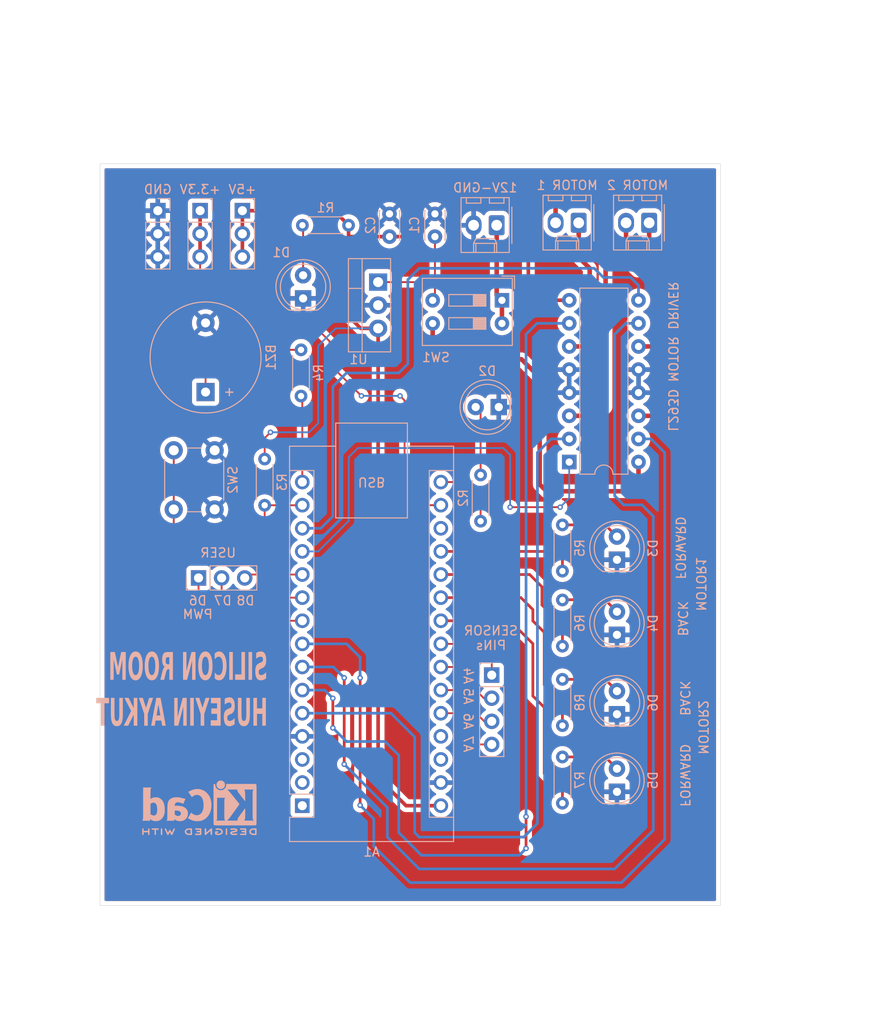
<source format=kicad_pcb>
(kicad_pcb (version 20240108) (generator "pcbnew") (generator_version "8.0")
  (layers (0 "F.Cu" signal) (31 "B.Cu" signal) (34 "B.Paste" user) (35 "F.Paste" user) (36 "B.SilkS" user "B.Silkscreen") (37 "F.SilkS" user "F.Silkscreen") (38 "B.Mask" user) (39 "F.Mask" user) (44 "Edge.Cuts" user))
  (net 0 "")
  (net 1 "M2F_LED")
  (net 2 "M1F_LED")
  (net 3 "MOTOR2_PWM")
  (net 4 "3.3V_OUT")
  (net 5 "MOTOR2_FORWARD")
  (net 6 "MOTOR1_FORWARD")
  (net 7 "BUTTON")
  (net 9 "LED")
  (net 10 "SENSOR4")
  (net 11 "GND")
  (net 12 "SENSOR3")
  (net 13 "MOTOR1_PWM")
  (net 15 "SENSOR1")
  (net 16 "MOTOR2_BACK")
  (net 17 "5V_OUT")
  (net 18 "USER_PWM")
  (net 19 "BUZZER")
  (net 20 "M1B_LED")
  (net 21 "MOTOR1_BACK")
  (net 22 "USER_IO_1")
  (net 24 "M2B_LED")
  (net 27 "USER_IO_2")
  (net 28 "SENSOR2")
  (net 30 "Net-(BZ1-+)")
  (net 31 "Net-(U1-VI)")
  (net 32 "Net-(D1-A)")
  (net 33 "Net-(D2-A)")
  (net 34 "Net-(D3-A)")
  (net 35 "Net-(D4-A)")
  (net 36 "Net-(D5-A)")
  (net 37 "Net-(D6-A)")
  (net 38 "+12V")
  (net 39 "Net-(J2-Pin_2)")
  (net 40 "Net-(J2-Pin_1)")
  (net 41 "Net-(J3-Pin_2)")
  (net 42 "Net-(J3-Pin_1)")
  (net 43 "12V_OUT")
  (footprint "LED_THT:LED_D5.0mm" (layer "B.Cu") (at 152.925004 69.48 180)
    (property "Reference" "D2" (at 1.27 3.96 0) (layer "B.SilkS") (effects (justify mirror)))
    (property "Value" "LED")
    (pad "1" thru_hole rect (at 0 0 180) (size 1.8 1.8) (drill 0.9) (layers "*.Cu" "*.Mask") (net 11 "GND"))
    (pad "2" thru_hole circle (at 2.54 0 180) (size 1.8 1.8) (drill 0.9) (layers "*.Cu" "*.Mask") (net 33 "Net-(D2-A)"))
  )
  (footprint "Resistor_THT:R_Axial_DIN0204_L3.6mm_D1.6mm_P5.08mm_Horizontal" (layer "B.Cu") (at 150.925004 76.94 -90)
    (property "Reference" "R2" (at 2.54 1.92 90) (layer "B.SilkS") (effects (justify mirror)))
    (property "Value" "330")
    (pad "1" thru_hole circle (at 0 0 270) (size 1.4 1.4) (drill 0.7) (layers "*.Cu" "*.Mask") (net 33 "Net-(D2-A)"))
    (pad "2" thru_hole oval (at 5.08 0 270) (size 1.4 1.4) (drill 0.7) (layers "*.Cu" "*.Mask") (net 9 "LED"))
  )
  (footprint "LED_THT:LED_D5.0mm" (layer "B.Cu") (at 165.925004 103.23 90)
    (property "Reference" "D6" (at 1.27 3.96 90) (layer "B.SilkS") (effects (justify mirror)))
    (property "Value" "LED")
    (pad "1" thru_hole rect (at 0 0 90) (size 1.8 1.8) (drill 0.9) (layers "*.Cu" "*.Mask") (net 11 "GND"))
    (pad "2" thru_hole circle (at 2.54 0 90) (size 1.8 1.8) (drill 0.9) (layers "*.Cu" "*.Mask") (net 37 "Net-(D6-A)"))
  )
  (footprint "Connector_Molex:Molex_KK-254_AE-6410-02A_1x02_P2.54mm_Vertical" (layer "B.Cu") (at 152.695004 49.5 180)
    (property "Reference" "12V-GND" (at 1.27 4.12 0) (layer "B.SilkS") (effects (justify mirror)))
    (property "Value" "pwr")
    (pad "1" thru_hole roundrect (at 0 0 180) (size 1.74 2.19) (drill 1.19) (layers "*.Cu" "*.Mask") (roundrect_rratio 0.143678) (net 38 "+12V"))
    (pad "2" thru_hole oval (at 2.54 0 180) (size 1.74 2.19) (drill 1.19) (layers "*.Cu" "*.Mask") (net 11 "GND"))
  )
  (footprint "LED_THT:LED_D5.0mm" (layer "B.Cu") (at 165.925004 111.755 90)
    (property "Reference" "D5" (at 1.27 3.96 90) (layer "B.SilkS") (effects (justify mirror)))
    (property "Value" "LED")
    (pad "1" thru_hole rect (at 0 0 90) (size 1.8 1.8) (drill 0.9) (layers "*.Cu" "*.Mask") (net 11 "GND"))
    (pad "2" thru_hole circle (at 2.54 0 90) (size 1.8 1.8) (drill 0.9) (layers "*.Cu" "*.Mask") (net 36 "Net-(D5-A)"))
  )
  (footprint "Resistor_THT:R_Axial_DIN0204_L3.6mm_D1.6mm_P5.08mm_Horizontal" (layer "B.Cu") (at 127.175004 80.27 90)
    (property "Reference" "R3" (at 2.54 1.92 90) (layer "B.SilkS") (effects (justify mirror)))
    (property "Value" "10K")
    (pad "1" thru_hole circle (at 0 0 90) (size 1.4 1.4) (drill 0.7) (layers "*.Cu" "*.Mask") (net 7 "BUTTON"))
    (pad "2" thru_hole oval (at 5.08 0 90) (size 1.4 1.4) (drill 0.7) (layers "*.Cu" "*.Mask") (net 17 "5V_OUT"))
  )
  (footprint "LED_THT:LED_D5.0mm" (layer "B.Cu") (at 131.405004 57.54 90)
    (property "Reference" "D1" (at 5.04 -2.405 0) (layer "B.SilkS") (effects (justify mirror)))
    (property "Value" "LED")
    (pad "1" thru_hole rect (at 0 0 90) (size 1.8 1.8) (drill 0.9) (layers "*.Cu" "*.Mask") (net 11 "GND"))
    (pad "2" thru_hole circle (at 2.54 0 90) (size 1.8 1.8) (drill 0.9) (layers "*.Cu" "*.Mask") (net 32 "Net-(D1-A)"))
  )
  (footprint "Resistor_THT:R_Axial_DIN0204_L3.6mm_D1.6mm_P5.08mm_Horizontal" (layer "B.Cu") (at 136.405004 49.5 180)
    (property "Reference" "R1" (at 2.54 1.92 0) (layer "B.SilkS") (effects (justify mirror)))
    (property "Value" "330")
    (pad "1" thru_hole circle (at 0 0 180) (size 1.4 1.4) (drill 0.7) (layers "*.Cu" "*.Mask") (net 17 "5V_OUT"))
    (pad "2" thru_hole oval (at 5.08 0 180) (size 1.4 1.4) (drill 0.7) (layers "*.Cu" "*.Mask") (net 32 "Net-(D1-A)"))
  )
  (footprint "Resistor_THT:R_Axial_DIN0204_L3.6mm_D1.6mm_P5.08mm_Horizontal" (layer "B.Cu") (at 159.925004 104.48 90)
    (property "Reference" "R8" (at 2.54 1.92 90) (layer "B.SilkS") (effects (justify mirror)))
    (property "Value" "330")
    (pad "1" thru_hole circle (at 0 0 90) (size 1.4 1.4) (drill 0.7) (layers "*.Cu" "*.Mask") (net 1 "M2F_LED"))
    (pad "2" thru_hole oval (at 5.08 0 90) (size 1.4 1.4) (drill 0.7) (layers "*.Cu" "*.Mask") (net 37 "Net-(D6-A)"))
  )
  (footprint "LED_THT:LED_D5.0mm" (layer "B.Cu") (at 165.925004 86.255 90)
    (property "Reference" "D3" (at 1.27 3.96 90) (layer "B.SilkS") (effects (justify mirror)))
    (property "Value" "LED")
    (pad "1" thru_hole rect (at 0 0 90) (size 1.8 1.8) (drill 0.9) (layers "*.Cu" "*.Mask") (net 11 "GND"))
    (pad "2" thru_hole circle (at 2.54 0 90) (size 1.8 1.8) (drill 0.9) (layers "*.Cu" "*.Mask") (net 34 "Net-(D3-A)"))
  )
  (footprint "Buzzer_Beeper:Buzzer_12x9.5RM7.6" (layer "B.Cu") (at 120.675004 67.83 90)
    (property "Reference" "BZ1" (at 3.8 7.2 90) (layer "B.SilkS") (effects (justify mirror)))
    (property "Value" "Buzzer")
    (fp_text user "+" (at -0.01 2.54 90) (layer "B.SilkS") (effects (justify mirror)))
    (pad "1" thru_hole rect (at 0 0 90) (size 2 2) (drill 1) (layers "*.Cu" "*.Mask") (net 30 "Net-(BZ1-+)"))
    (pad "2" thru_hole circle (at 7.6 0 90) (size 2 2) (drill 1) (layers "*.Cu" "*.Mask") (net 11 "GND"))
  )
  (footprint "Resistor_THT:R_Axial_DIN0204_L3.6mm_D1.6mm_P5.08mm_Horizontal" (layer "B.Cu") (at 159.925004 113.005 90)
    (property "Reference" "R7" (at 2.54 1.92 90) (layer "B.SilkS") (effects (justify mirror)))
    (property "Value" "330")
    (pad "1" thru_hole circle (at 0 0 90) (size 1.4 1.4) (drill 0.7) (layers "*.Cu" "*.Mask") (net 24 "M2B_LED"))
    (pad "2" thru_hole oval (at 5.08 0 90) (size 1.4 1.4) (drill 0.7) (layers "*.Cu" "*.Mask") (net 36 "Net-(D5-A)"))
  )
  (footprint "Connector_PinHeader_2.54mm:PinHeader_1x03_P2.54mm_Vertical" (layer "B.Cu") (at 115.425004 47.9 180)
    (property "Reference" "GND" (at 0 2.33 0) (layer "B.SilkS") (effects (justify mirror)))
    (property "Value" "GND")
    (pad "1" thru_hole rect (at 0 0 180) (size 1.7 1.7) (drill 1) (layers "*.Cu" "*.Mask") (net 11 "GND"))
    (pad "2" thru_hole oval (at 0 -2.54 180) (size 1.7 1.7) (drill 1) (layers "*.Cu" "*.Mask") (net 11 "GND"))
    (pad "3" thru_hole oval (at 0 -5.08 180) (size 1.7 1.7) (drill 1) (layers "*.Cu" "*.Mask") (net 11 "GND"))
  )
  (footprint "Resistor_THT:R_Axial_DIN0204_L3.6mm_D1.6mm_P5.08mm_Horizontal" (layer "B.Cu") (at 131.175004 68.27 90)
    (property "Reference" "R4" (at 2.54 1.92 90) (layer "B.SilkS") (effects (justify mirror)))
    (property "Value" "330")
    (pad "1" thru_hole circle (at 0 0 90) (size 1.4 1.4) (drill 0.7) (layers "*.Cu" "*.Mask") (net 19 "BUZZER"))
    (pad "2" thru_hole oval (at 5.08 0 90) (size 1.4 1.4) (drill 0.7) (layers "*.Cu" "*.Mask") (net 30 "Net-(BZ1-+)"))
  )
  (footprint "Module:Arduino_Nano" (layer "B.Cu") (at 131.315004 113.28)
    (property "Reference" "A1" (at 7.62 5.08 0) (layer "B.SilkS") (effects (justify mirror)))
    (property "Value" "Arduino_Nano_v3.x")
    (fp_text user "USB" (at 7.62 -35.56 180) (layer "B.SilkS") (effects (justify mirror)))
    (pad "1" thru_hole rect (at 0 0) (size 1.6 1.6) (drill 1) (layers "*.Cu" "*.Mask"))
    (pad "2" thru_hole oval (at 0 -2.54) (size 1.6 1.6) (drill 1) (layers "*.Cu" "*.Mask"))
    (pad "3" thru_hole oval (at 0 -5.08) (size 1.6 1.6) (drill 1) (layers "*.Cu" "*.Mask"))
    (pad "4" thru_hole oval (at 0 -7.62) (size 1.6 1.6) (drill 1) (layers "*.Cu" "*.Mask") (net 11 "GND"))
    (pad "5" thru_hole oval (at 0 -10.16) (size 1.6 1.6) (drill 1) (layers "*.Cu" "*.Mask") (net 6 "MOTOR1_FORWARD"))
    (pad "6" thru_hole oval (at 0 -12.7) (size 1.6 1.6) (drill 1) (layers "*.Cu" "*.Mask") (net 21 "MOTOR1_BACK"))
    (pad "7" thru_hole oval (at 0 -15.24) (size 1.6 1.6) (drill 1) (layers "*.Cu" "*.Mask") (net 5 "MOTOR2_FORWARD"))
    (pad "8" thru_hole oval (at 0 -17.78) (size 1.6 1.6) (drill 1) (layers "*.Cu" "*.Mask") (net 16 "MOTOR2_BACK"))
    (pad "9" thru_hole oval (at 0 -20.32) (size 1.6 1.6) (drill 1) (layers "*.Cu" "*.Mask") (net 18 "USER_PWM"))
    (pad "10" thru_hole oval (at 0 -22.86) (size 1.6 1.6) (drill 1) (layers "*.Cu" "*.Mask") (net 22 "USER_IO_1"))
    (pad "11" thru_hole oval (at 0 -25.4) (size 1.6 1.6) (drill 1) (layers "*.Cu" "*.Mask") (net 27 "USER_IO_2"))
    (pad "12" thru_hole oval (at 0 -27.94) (size 1.6 1.6) (drill 1) (layers "*.Cu" "*.Mask") (net 13 "MOTOR1_PWM"))
    (pad "13" thru_hole oval (at 0 -30.48) (size 1.6 1.6) (drill 1) (layers "*.Cu" "*.Mask") (net 3 "MOTOR2_PWM"))
    (pad "14" thru_hole oval (at 0 -33.02) (size 1.6 1.6) (drill 1) (layers "*.Cu" "*.Mask") (net 7 "BUTTON"))
    (pad "15" thru_hole oval (at 0 -35.56) (size 1.6 1.6) (drill 1) (layers "*.Cu" "*.Mask") (net 19 "BUZZER"))
    (pad "16" thru_hole oval (at 15.24 -35.56) (size 1.6 1.6) (drill 1) (layers "*.Cu" "*.Mask") (net 9 "LED"))
    (pad "17" thru_hole oval (at 15.24 -33.02) (size 1.6 1.6) (drill 1) (layers "*.Cu" "*.Mask") (net 4 "3.3V_OUT"))
    (pad "18" thru_hole oval (at 15.24 -30.48) (size 1.6 1.6) (drill 1) (layers "*.Cu" "*.Mask"))
    (pad "19" thru_hole oval (at 15.24 -27.94) (size 1.6 1.6) (drill 1) (layers "*.Cu" "*.Mask") (net 2 "M1F_LED"))
    (pad "20" thru_hole oval (at 15.24 -25.4) (size 1.6 1.6) (drill 1) (layers "*.Cu" "*.Mask") (net 20 "M1B_LED"))
    (pad "21" thru_hole oval (at 15.24 -22.86) (size 1.6 1.6) (drill 1) (layers "*.Cu" "*.Mask") (net 1 "M2F_LED"))
    (pad "22" thru_hole oval (at 15.24 -20.32) (size 1.6 1.6) (drill 1) (layers "*.Cu" "*.Mask") (net 24 "M2B_LED"))
    (pad "23" thru_hole oval (at 15.24 -17.78) (size 1.6 1.6) (drill 1) (layers "*.Cu" "*.Mask") (net 15 "SENSOR1"))
    (pad "24" thru_hole oval (at 15.24 -15.24) (size 1.6 1.6) (drill 1) (layers "*.Cu" "*.Mask") (net 28 "SENSOR2"))
    (pad "25" thru_hole oval (at 15.24 -12.7) (size 1.6 1.6) (drill 1) (layers "*.Cu" "*.Mask") (net 12 "SENSOR3"))
    (pad "26" thru_hole oval (at 15.24 -10.16) (size 1.6 1.6) (drill 1) (layers "*.Cu" "*.Mask") (net 10 "SENSOR4"))
    (pad "27" thru_hole oval (at 15.24 -7.62) (size 1.6 1.6) (drill 1) (layers "*.Cu" "*.Mask"))
    (pad "28" thru_hole oval (at 15.24 -5.08) (size 1.6 1.6) (drill 1) (layers "*.Cu" "*.Mask"))
    (pad "29" thru_hole oval (at 15.24 -2.54) (size 1.6 1.6) (drill 1) (layers "*.Cu" "*.Mask") (net 11 "GND"))
    (pad "30" thru_hole oval (at 15.24 0) (size 1.6 1.6) (drill 1) (layers "*.Cu" "*.Mask") (net 17 "5V_OUT"))
  )
  (footprint "Connector_PinSocket_2.54mm:PinSocket_1x04_P2.54mm_Vertical" (layer "B.Cu") (at 152.150004 98.93 180)
    (property "Reference" "J8" (hide yes))
    (property "Value" "SENSORs")
    (pad "1" thru_hole rect (at 0 0 180) (size 1.7 1.7) (drill 1) (layers "*.Cu" "*.Mask") (net 15 "SENSOR1"))
    (pad "2" thru_hole oval (at 0 -2.54 180) (size 1.7 1.7) (drill 1) (layers "*.Cu" "*.Mask") (net 28 "SENSOR2"))
    (pad "3" thru_hole oval (at 0 -5.08 180) (size 1.7 1.7) (drill 1) (layers "*.Cu" "*.Mask") (net 12 "SENSOR3"))
    (pad "4" thru_hole oval (at 0 -7.62 180) (size 1.7 1.7) (drill 1) (layers "*.Cu" "*.Mask") (net 10 "SENSOR4"))
  )
  (footprint "Connector_PinSocket_2.54mm:PinSocket_1x03_P2.54mm_Vertical" (layer "B.Cu") (at 119.900004 88.255 -90)
    (property "Reference" "USER" (at -2.755 -2.165 0) (layer "B.SilkS") (effects (justify mirror)))
    (property "Value" "USER PINs")
    (pad "1" thru_hole rect (at 0 0 270) (size 1.7 1.7) (drill 1) (layers "*.Cu" "*.Mask") (net 18 "USER_PWM"))
    (pad "2" thru_hole oval (at 0 -2.54 270) (size 1.7 1.7) (drill 1) (layers "*.Cu" "*.Mask") (net 22 "USER_IO_1"))
    (pad "3" thru_hole oval (at 0 -5.08 270) (size 1.7 1.7) (drill 1) (layers "*.Cu" "*.Mask") (net 27 "USER_IO_2"))
  )
  (footprint "LED_THT:LED_D5.0mm" (layer "B.Cu") (at 165.925004 94.505 90)
    (property "Reference" "D4" (at 1.27 3.96 90) (layer "B.SilkS") (effects (justify mirror)))
    (property "Value" "LED")
    (pad "1" thru_hole rect (at 0 0 90) (size 1.8 1.8) (drill 0.9) (layers "*.Cu" "*.Mask") (net 11 "GND"))
    (pad "2" thru_hole circle (at 2.54 0 90) (size 1.8 1.8) (drill 0.9) (layers "*.Cu" "*.Mask") (net 35 "Net-(D4-A)"))
  )
  (footprint "Package_DIP:DIP-16_W7.62mm" (layer "B.Cu") (at 160.675004 75.52)
    (property "Reference" "U2" (hide yes))
    (property "Value" "L293D")
    (pad "1" thru_hole rect (at 0 0) (size 1.6 1.6) (drill 0.8) (layers "*.Cu" "*.Mask") (net 13 "MOTOR1_PWM"))
    (pad "2" thru_hole oval (at 0 -2.54) (size 1.6 1.6) (drill 0.8) (layers "*.Cu" "*.Mask") (net 6 "MOTOR1_FORWARD"))
    (pad "3" thru_hole oval (at 0 -5.08) (size 1.6 1.6) (drill 0.8) (layers "*.Cu" "*.Mask") (net 39 "Net-(J2-Pin_2)"))
    (pad "4" thru_hole oval (at 0 -7.62) (size 1.6 1.6) (drill 0.8) (layers "*.Cu" "*.Mask") (net 11 "GND"))
    (pad "5" thru_hole oval (at 0 -10.16) (size 1.6 1.6) (drill 0.8) (layers "*.Cu" "*.Mask") (net 11 "GND"))
    (pad "6" thru_hole oval (at 0 -12.7) (size 1.6 1.6) (drill 0.8) (layers "*.Cu" "*.Mask") (net 40 "Net-(J2-Pin_1)"))
    (pad "7" thru_hole oval (at 0 -15.24) (size 1.6 1.6) (drill 0.8) (layers "*.Cu" "*.Mask") (net 21 "MOTOR1_BACK"))
    (pad "8" thru_hole oval (at 0 -17.78) (size 1.6 1.6) (drill 0.8) (layers "*.Cu" "*.Mask") (net 17 "5V_OUT"))
    (pad "9" thru_hole oval (at 7.62 -17.78) (size 1.6 1.6) (drill 0.8) (layers "*.Cu" "*.Mask") (net 3 "MOTOR2_PWM"))
    (pad "10" thru_hole oval (at 7.62 -15.24) (size 1.6 1.6) (drill 0.8) (layers "*.Cu" "*.Mask") (net 5 "MOTOR2_FORWARD"))
    (pad "11" thru_hole oval (at 7.62 -12.7) (size 1.6 1.6) (drill 0.8) (layers "*.Cu" "*.Mask") (net 41 "Net-(J3-Pin_2)"))
    (pad "12" thru_hole oval (at 7.62 -10.16) (size 1.6 1.6) (drill 0.8) (layers "*.Cu" "*.Mask") (net 11 "GND"))
    (pad "13" thru_hole oval (at 7.62 -7.62) (size 1.6 1.6) (drill 0.8) (layers "*.Cu" "*.Mask") (net 11 "GND"))
    (pad "14" thru_hole oval (at 7.62 -5.08) (size 1.6 1.6) (drill 0.8) (layers "*.Cu" "*.Mask") (net 42 "Net-(J3-Pin_1)"))
    (pad "15" thru_hole oval (at 7.62 -2.54) (size 1.6 1.6) (drill 0.8) (layers "*.Cu" "*.Mask") (net 16 "MOTOR2_BACK"))
    (pad "16" thru_hole oval (at 7.62 0) (size 1.6 1.6) (drill 0.8) (layers "*.Cu" "*.Mask") (net 43 "12V_OUT"))
  )
  (footprint "Connector_PinHeader_2.54mm:PinHeader_1x03_P2.54mm_Vertical" (layer "B.Cu") (at 120.075004 47.9 180)
    (property "Reference" "+3.3V" (at 0 2.33 0) (layer "B.SilkS") (effects (justify mirror)))
    (property "Value" "+3.3V")
    (pad "1" thru_hole rect (at 0 0 180) (size 1.7 1.7) (drill 1) (layers "*.Cu" "*.Mask") (net 4 "3.3V_OUT"))
    (pad "2" thru_hole oval (at 0 -2.54 180) (size 1.7 1.7) (drill 1) (layers "*.Cu" "*.Mask") (net 4 "3.3V_OUT"))
    (pad "3" thru_hole oval (at 0 -5.08 180) (size 1.7 1.7) (drill 1) (layers "*.Cu" "*.Mask") (net 4 "3.3V_OUT"))
  )
  (footprint "Capacitor_THT:C_Disc_D3.0mm_W2.0mm_P2.50mm" (layer "B.Cu") (at 145.905004 50.75 90)
    (property "Reference" "C1" (at 1.25 -2.25 90) (layer "B.SilkS") (effects (justify mirror)))
    (property "Value" "0.33uF")
    (pad "1" thru_hole circle (at 0 0 90) (size 1.6 1.6) (drill 0.8) (layers "*.Cu" "*.Mask") (net 31 "Net-(U1-VI)"))
    (pad "2" thru_hole circle (at 2.5 0 90) (size 1.6 1.6) (drill 0.8) (layers "*.Cu" "*.Mask") (net 11 "GND"))
  )
  (footprint "Button_Switch_THT:SW_DIP_SPSTx02_Slide_9.78x7.26mm_W7.62mm_P2.54mm" (layer "B.Cu") (at 153.275004 57.75 180)
    (property "Reference" "SW1" (at 7.2675 -6.275 0) (layer "B.SilkS") (effects (justify mirror)))
    (property "Value" "switch")
    (pad "1" thru_hole rect (at 0 0 180) (size 1.6 1.6) (drill 0.8) (layers "*.Cu" "*.Mask") (net 38 "+12V"))
    (pad "2" thru_hole oval (at 0 -2.54 180) (size 1.6 1.6) (drill 0.8) (layers "*.Cu" "*.Mask") (net 38 "+12V"))
    (pad "3" thru_hole oval (at 7.62 -2.54 180) (size 1.6 1.6) (drill 0.8) (layers "*.Cu" "*.Mask") (net 43 "12V_OUT"))
    (pad "4" thru_hole oval (at 7.62 0 180) (size 1.6 1.6) (drill 0.8) (layers "*.Cu" "*.Mask") (net 31 "Net-(U1-VI)"))
  )
  (footprint "Connector_Molex:Molex_KK-254_AE-6410-02A_1x02_P2.54mm_Vertical" (layer "B.Cu") (at 169.465004 49.23 180)
    (property "Reference" "MOTOR 2" (at 1.27 4.12 0) (layer "B.SilkS") (effects (justify mirror)))
    (property "Value" "MOTOR2")
    (pad "1" thru_hole roundrect (at 0 0 180) (size 1.74 2.19) (drill 1.19) (layers "*.Cu" "*.Mask") (roundrect_rratio 0.143678) (net 42 "Net-(J3-Pin_1)"))
    (pad "2" thru_hole oval (at 2.54 0 180) (size 1.74 2.19) (drill 1.19) (layers "*.Cu" "*.Mask") (net 41 "Net-(J3-Pin_2)"))
  )
  (footprint "Connector_PinHeader_2.54mm:PinHeader_1x03_P2.54mm_Vertical" (layer "B.Cu") (at 124.725004 47.9 180)
    (property "Reference" "+5V" (at 0 2.33 0) (layer "B.SilkS") (effects (justify mirror)))
    (property "Value" "+5V")
    (pad "1" thru_hole rect (at 0 0 180) (size 1.7 1.7) (drill 1) (layers "*.Cu" "*.Mask") (net 17 "5V_OUT"))
    (pad "2" thru_hole oval (at 0 -2.54 180) (size 1.7 1.7) (drill 1) (layers "*.Cu" "*.Mask") (net 17 "5V_OUT"))
    (pad "3" thru_hole oval (at 0 -5.08 180) (size 1.7 1.7) (drill 1) (layers "*.Cu" "*.Mask") (net 17 "5V_OUT"))
  )
  (footprint "Button_Switch_THT:SW_PUSH_6mm_H4.3mm" (layer "B.Cu") (at 121.675004 80.73 90)
    (property "Reference" "SW2" (at 3.25 2 90) (layer "B.SilkS") (effects (justify mirror)))
    (property "Value" "~")
    (pad "1" thru_hole circle (at 0 0) (size 2 2) (drill 1.1) (layers "*.Cu" "*.Mask") (net 11 "GND"))
    (pad "1" thru_hole circle (at 6.5 0) (size 2 2) (drill 1.1) (layers "*.Cu" "*.Mask") (net 11 "GND"))
    (pad "2" thru_hole circle (at 0 -4.5) (size 2 2) (drill 1.1) (layers "*.Cu" "*.Mask") (net 7 "BUTTON"))
    (pad "2" thru_hole circle (at 6.5 -4.5) (size 2 2) (drill 1.1) (layers "*.Cu" "*.Mask") (net 7 "BUTTON"))
  )
  (footprint "Resistor_THT:R_Axial_DIN0204_L3.6mm_D1.6mm_P5.08mm_Horizontal" (layer "B.Cu") (at 159.925004 95.755 90)
    (property "Reference" "R6" (at 2.54 1.92 90) (layer "B.SilkS") (effects (justify mirror)))
    (property "Value" "330")
    (pad "1" thru_hole circle (at 0 0 90) (size 1.4 1.4) (drill 0.7) (layers "*.Cu" "*.Mask") (net 20 "M1B_LED"))
    (pad "2" thru_hole oval (at 5.08 0 90) (size 1.4 1.4) (drill 0.7) (layers "*.Cu" "*.Mask") (net 35 "Net-(D4-A)"))
  )
  (footprint "Resistor_THT:R_Axial_DIN0204_L3.6mm_D1.6mm_P5.08mm_Horizontal" (layer "B.Cu") (at 159.925004 87.505 90)
    (property "Reference" "R5" (at 2.54 1.92 90) (layer "B.SilkS") (effects (justify mirror)))
    (property "Value" "330")
    (pad "1" thru_hole circle (at 0 0 90) (size 1.4 1.4) (drill 0.7) (layers "*.Cu" "*.Mask") (net 2 "M1F_LED"))
    (pad "2" thru_hole oval (at 5.08 0 90) (size 1.4 1.4) (drill 0.7) (layers "*.Cu" "*.Mask") (net 34 "Net-(D3-A)"))
  )
  (footprint "Connector_Molex:Molex_KK-254_AE-6410-02A_1x02_P2.54mm_Vertical" (layer "B.Cu") (at 161.715004 49.23 180)
    (property "Reference" "MOTOR 1" (at 1.27 4.12 0) (layer "B.SilkS") (effects (justify mirror)))
    (property "Value" "MOTOR1")
    (pad "1" thru_hole roundrect (at 0 0 180) (size 1.74 2.19) (drill 1.19) (layers "*.Cu" "*.Mask") (roundrect_rratio 0.143678) (net 40 "Net-(J2-Pin_1)"))
    (pad "2" thru_hole oval (at 2.54 0 180) (size 1.74 2.19) (drill 1.19) (layers "*.Cu" "*.Mask") (net 39 "Net-(J2-Pin_2)"))
  )
  (footprint "Symbol:KiCad-Logo2_5mm_SilkScreen" (layer "B.Cu") (at 120 113.5 180)
    (property "Reference" "REF**" (hide yes))
    (property "Value" "KiCad-Logo2_5mm_SilkScreen" (hide yes))
  )
  (footprint "Package_TO_SOT_THT:TO-220-3_Vertical" (layer "B.Cu") (at 139.655004 55.75 -90)
    (property "Reference" "U1" (at 8.5 2.155 0) (layer "B.SilkS") (effects (justify mirror)))
    (property "Value" "LM7805_TO220")
    (pad "1" thru_hole rect (at 0 0 270) (size 1.905 2) (drill 1.1) (layers "*.Cu" "*.Mask") (net 31 "Net-(U1-VI)"))
    (pad "2" thru_hole oval (at 2.54 0 270) (size 1.905 2) (drill 1.1) (layers "*.Cu" "*.Mask") (net 11 "GND"))
    (pad "3" thru_hole oval (at 5.08 0 270) (size 1.905 2) (drill 1.1) (layers "*.Cu" "*.Mask") (net 17 "5V_OUT"))
  )
  (footprint "Capacitor_THT:C_Disc_D3.0mm_W2.0mm_P2.50mm" (layer "B.Cu") (at 140.905004 50.75 90)
    (property "Reference" "C2" (at 1.25 -2.09 90) (layer "B.SilkS") (effects (justify mirror)))
    (property "Value" "0.1uF")
    (pad "1" thru_hole circle (at 0 0 90) (size 1.6 1.6) (drill 0.8) (layers "*.Cu" "*.Mask") (net 17 "5V_OUT"))
    (pad "2" thru_hole circle (at 2.5 0 90) (size 1.6 1.6) (drill 0.8) (layers "*.Cu" "*.Mask") (net 11 "GND"))
  )
  (gr_rect (start 109.065004 42.75) (end 177.315004 124.25) (stroke (width 0.05)) (fill none) (layer "Edge.Cuts"))
  (gr_text "FORWARD\n" (at 172.815004 113.5 -90) (layer "B.SilkS") (effects (font (size 1 1)) (justify left bottom mirror)))
  (gr_text "A5\n" (at 149.565004 101.25 -90) (layer "B.SilkS") (effects (font (size 1 1)) (justify mirror)))
  (gr_text "MOTOR1" (at 174.565004 92 -90) (layer "B.SilkS") (effects (font (size 1 1)) (justify left bottom mirror)))
  (gr_text "A6\n" (at 149.565004 104 -90) (layer "B.SilkS") (effects (font (size 1 1)) (justify mirror)))
  (gr_text "L293D MOTOR DRIVER" (at 171.5 72.25 270) (layer "B.SilkS") (effects (font (size 1 1)) (justify left bottom mirror)))
  (gr_text "D6" (at 119.815004 90.75 -0) (layer "B.SilkS") (effects (font (size 1 1)) (justify mirror)))
  (gr_text "A7" (at 149.565004 106.5 -90) (layer "B.SilkS") (effects (font (size 1 1)) (justify mirror)))
  (gr_text "BACK\n" (at 172.815004 103.5 -90) (layer "B.SilkS") (effects (font (size 1 1)) (justify left bottom mirror)))
  (gr_text "PWM" (at 119.815004 92.25 -0) (layer "B.SilkS") (effects (font (size 1 1)) (justify mirror)))
  (gr_text "D8" (at 125.065004 90.75 -0) (layer "B.SilkS") (effects (font (size 1 1)) (justify mirror)))
  (gr_text "MOTOR2\n" (at 174.815004 107.75 -90) (layer "B.SilkS") (effects (font (size 1 1)) (justify left bottom mirror)))
  (gr_text "D7" (at 122.565004 90.75 -0) (layer "B.SilkS") (effects (font (size 1 1)) (justify mirror)))
  (gr_text "A4" (at 149.565004 99 -90) (layer "B.SilkS") (effects (font (size 1 1)) (justify mirror)))
  (gr_text "SILICON ROOM\nHUSEYIN AYKUT" (at 127.5 105 0) (layer "B.SilkS") (effects (font (size 3 1.5) (thickness 0.3) (bold yes) (italic yes)) (justify left bottom mirror)))
  (gr_text "FORWARD\n" (at 172.315004 88.5 -90) (layer "B.SilkS") (effects (font (size 1 1)) (justify left bottom mirror)))
  (gr_text "BACK\n" (at 172.565004 94.75 -90) (layer "B.SilkS") (effects (font (size 1 1)) (justify left bottom mirror)))
  (gr_text "SENSOR\nPINs\n" (at 152.065004 96.25 -0) (layer "B.SilkS") (effects (font (size 1 1)) (justify bottom mirror)))
  (segment (start 157.925004 99.98) (end 157.925004 94.23) (width 0.3) (layer "F.Cu") (net 1))
  (segment (start 159.925004 101.98) (end 157.925004 99.98) (width 0.3) (layer "F.Cu") (net 1))
  (segment (start 159.925004 104.48) (end 159.925004 101.98) (width 0.3) (layer "F.Cu") (net 1))
  (segment (start 156.675004 91.73) (end 155.365004 90.42) (width 0.3) (layer "F.Cu") (net 1))
  (segment (start 155.365004 90.42) (end 146.555004 90.42) (width 0.3) (layer "F.Cu") (net 1))
  (segment (start 157.925004 94.23) (end 156.675004 92.98) (width 0.3) (layer "F.Cu") (net 1))
  (segment (start 156.675004 92.98) (end 156.675004 91.73) (width 0.3) (layer "F.Cu") (net 1))
  (segment (start 159.285004 85.34) (end 159.925004 85.98) (width 0.3) (layer "F.Cu") (net 2))
  (segment (start 159.925004 85.98) (end 159.925004 87.505) (width 0.3) (layer "F.Cu") (net 2))
  (segment (start 146.555004 85.34) (end 159.285004 85.34) (width 0.3) (layer "F.Cu") (net 2))
  (segment (start 168.295004 57.74) (end 168.295004 56.1) (width 0.3) (layer "B.Cu") (net 3))
  (segment (start 164.425004 55.23) (end 163.425004 54.23) (width 0.3) (layer "B.Cu") (net 3))
  (segment (start 133.355004 82.8) (end 131.315004 82.8) (width 0.3) (layer "B.Cu") (net 3))
  (segment (start 141.925004 65.73) (end 136.175004 65.73) (width 0.3) (layer "B.Cu") (net 3))
  (segment (start 167.425004 55.23) (end 164.425004 55.23) (width 0.3) (layer "B.Cu") (net 3))
  (segment (start 134.675004 81.48) (end 133.355004 82.8) (width 0.3) (layer "B.Cu") (net 3))
  (segment (start 136.175004 65.73) (end 134.675004 67.23) (width 0.3) (layer "B.Cu") (net 3))
  (segment (start 144.175004 54.23) (end 142.925004 55.48) (width 0.3) (layer "B.Cu") (net 3))
  (segment (start 163.425004 54.23) (end 144.175004 54.23) (width 0.3) (layer "B.Cu") (net 3))
  (segment (start 142.925004 64.73) (end 141.925004 65.73) (width 0.3) (layer "B.Cu") (net 3))
  (segment (start 142.925004 55.48) (end 142.925004 64.73) (width 0.3) (layer "B.Cu") (net 3))
  (segment (start 134.675004 67.23) (end 134.675004 81.48) (width 0.3) (layer "B.Cu") (net 3))
  (segment (start 168.295004 56.1) (end 167.425004 55.23) (width 0.3) (layer "B.Cu") (net 3))
  (segment (start 132.815004 60.75) (end 127.315004 60.75) (width 0.2) (layer "F.Cu") (net 4))
  (segment (start 125.315004 58.75) (end 125.315004 57.5) (width 0.2) (layer "F.Cu") (net 4))
  (segment (start 143.825004 80.26) (end 142.565004 79) (width 0.2) (layer "F.Cu") (net 4))
  (segment (start 134.315004 64.75) (end 134.315004 62.25) (width 0.2) (layer "F.Cu") (net 4))
  (segment (start 120.075004 50.44) (end 120.075004 52.98) (width 0.4) (layer "F.Cu") (net 4))
  (segment (start 120.075004 47.9) (end 120.075004 50.44) (width 0.4) (layer "F.Cu") (net 4))
  (segment (start 121.565004 57.25) (end 120.065004 55.75) (width 0.2) (layer "F.Cu") (net 4))
  (segment (start 146.555004 80.26) (end 143.825004 80.26) (width 0.2) (layer "F.Cu") (net 4))
  (segment (start 127.315004 60.75) (end 125.315004 58.75) (width 0.2) (layer "F.Cu") (net 4))
  (segment (start 120.075004 55.74) (end 120.075004 52.98) (width 0.2) (layer "F.Cu") (net 4))
  (segment (start 142.565004 68.75) (end 142.065004 68.25) (width 0.2) (layer "F.Cu") (net 4))
  (segment (start 125.065004 57.25) (end 121.565004 57.25) (width 0.2) (layer "F.Cu") (net 4))
  (segment (start 142.565004 79) (end 142.565004 68.75) (width 0.2) (layer "F.Cu") (net 4))
  (segment (start 134.315004 62.25) (end 132.815004 60.75) (width 0.2) (layer "F.Cu") (net 4))
  (segment (start 125.315004 57.5) (end 125.065004 57.25) (width 0.2) (layer "F.Cu") (net 4))
  (segment (start 137.815004 68.25) (end 134.315004 64.75) (width 0.2) (layer "F.Cu") (net 4))
  (segment (start 120.065004 55.75) (end 120.075004 55.74) (width 0.2) (layer "F.Cu") (net 4))
  (via (at 142.065004 68.25) (size 0.6) (drill 0.3) (layers "F.Cu" "B.Cu") (net 4))
  (via (at 137.815004 68.25) (size 0.6) (drill 0.3) (layers "F.Cu" "B.Cu") (net 4))
  (segment (start 142.065004 68.25) (end 137.815004 68.25) (width 0.2) (layer "B.Cu") (net 4))
  (segment (start 135.925004 99.23) (end 135.925004 108.73) (width 0.3) (layer "F.Cu") (net 5))
  (via (at 135.925004 99.23) (size 0.6) (drill 0.3) (layers "F.Cu" "B.Cu") (net 5))
  (via (at 135.925004 108.73) (size 0.6) (drill 0.3) (layers "F.Cu" "B.Cu") (net 5))
  (segment (start 169.925004 115.98) (end 169.925004 81.48) (width 0.3) (layer "B.Cu") (net 5))
  (segment (start 165.675004 120.23) (end 169.925004 115.98) (width 0.3) (layer "B.Cu") (net 5))
  (segment (start 140.675004 116.73) (end 144.175004 120.23) (width 0.3) (layer "B.Cu") (net 5))
  (segment (start 165.675004 79.23) (end 165.675004 61.48) (width 0.3) (layer "B.Cu") (net 5))
  (segment (start 166.675004 80.23) (end 165.675004 79.23) (width 0.3) (layer "B.Cu") (net 5))
  (segment (start 140.675004 113.48) (end 140.675004 116.73) (width 0.3) (layer "B.Cu") (net 5))
  (segment (start 168.675004 80.23) (end 166.675004 80.23) (width 0.3) (layer "B.Cu") (net 5))
  (segment (start 134.735004 98.04) (end 135.925004 99.23) (width 0.3) (layer "B.Cu") (net 5))
  (segment (start 144.175004 120.23) (end 165.675004 120.23) (width 0.3) (layer "B.Cu") (net 5))
  (segment (start 131.315004 98.04) (end 134.735004 98.04) (width 0.3) (layer "B.Cu") (net 5))
  (segment (start 169.925004 81.48) (end 168.675004 80.23) (width 0.3) (layer "B.Cu") (net 5))
  (segment (start 166.875004 60.28) (end 168.295004 60.28) (width 0.3) (layer "B.Cu") (net 5))
  (segment (start 135.925004 108.73) (end 140.675004 113.48) (width 0.3) (layer "B.Cu") (net 5))
  (segment (start 165.675004 61.48) (end 166.875004 60.28) (width 0.3) (layer "B.Cu") (net 5))
  (segment (start 143.675004 105.73) (end 143.675004 116.23) (width 0.3) (layer "B.Cu") (net 6))
  (segment (start 144.175004 116.73) (end 155.675004 116.73) (width 0.3) (layer "B.Cu") (net 6))
  (segment (start 143.675004 116.23) (end 144.175004 116.73) (width 0.3) (layer "B.Cu") (net 6))
  (segment (start 141.065004 103.12) (end 143.675004 105.73) (width 0.3) (layer "B.Cu") (net 6))
  (segment (start 155.675004 116.73) (end 157.175004 115.23) (width 0.3) (layer "B.Cu") (net 6))
  (segment (start 157.175004 115.23) (end 157.175004 74.48) (width 0.3) (layer "B.Cu") (net 6))
  (segment (start 157.175004 74.48) (end 158.675004 72.98) (width 0.3) (layer "B.Cu") (net 6))
  (segment (start 131.315004 103.12) (end 141.065004 103.12) (width 0.3) (layer "B.Cu") (net 6))
  (segment (start 158.675004 72.98) (end 160.675004 72.98) (width 0.3) (layer "B.Cu") (net 6))
  (segment (start 125.815004 83.25) (end 118.065004 83.25) (width 0.2) (layer "F.Cu") (net 7))
  (segment (start 127.175004 80.27) (end 127.175004 81.89) (width 0.2) (layer "F.Cu") (net 7))
  (segment (start 117.175004 82.36) (end 117.175004 80.73) (width 0.2) (layer "F.Cu") (net 7))
  (segment (start 127.175004 80.27) (end 131.305004 80.27) (width 0.2) (layer "F.Cu") (net 7))
  (segment (start 127.175004 81.89) (end 125.815004 83.25) (width 0.2) (layer "F.Cu") (net 7))
  (segment (start 117.175004 74.23) (end 117.175004 80.73) (width 0.2) (layer "F.Cu") (net 7))
  (segment (start 118.065004 83.25) (end 117.175004 82.36) (width 0.2) (layer "F.Cu") (net 7))
  (segment (start 131.305004 80.27) (end 131.315004 80.26) (width 0.2) (layer "F.Cu") (net 7))
  (segment (start 146.555004 77.72) (end 149.285004 77.72) (width 0.2) (layer "F.Cu") (net 9))
  (segment (start 150.925004 79.36) (end 150.925004 82.02) (width 0.2) (layer "F.Cu") (net 9))
  (segment (start 149.285004 77.72) (end 150.925004 79.36) (width 0.2) (layer "F.Cu") (net 9))
  (segment (start 149.865004 106.55) (end 149.315004 106) (width 0.2) (layer "F.Cu") (net 10))
  (segment (start 152.150004 106.55) (end 149.865004 106.55) (width 0.2) (layer "F.Cu") (net 10))
  (segment (start 149.315004 106) (end 149.315004 103.75) (width 0.2) (layer "F.Cu") (net 10))
  (segment (start 149.315004 103.75) (end 148.685004 103.12) (width 0.2) (layer "F.Cu") (net 10))
  (segment (start 148.685004 103.12) (end 146.555004 103.12) (width 0.2) (layer "F.Cu") (net 10))
  (segment (start 146.555004 100.58) (end 147.895004 100.58) (width 0.2) (layer "F.Cu") (net 12))
  (segment (start 151.325004 104.01) (end 152.150004 104.01) (width 0.2) (layer "F.Cu") (net 12))
  (segment (start 147.895004 100.58) (end 151.325004 104.01) (width 0.2) (layer "F.Cu") (net 12))
  (segment (start 159.675004 80.48) (end 154.175004 80.48) (width 0.2) (layer "F.Cu") (net 13))
  (via (at 154.175004 80.48) (size 0.6) (drill 0.3) (layers "F.Cu" "B.Cu") (net 13))
  (via (at 159.675004 80.48) (size 0.6) (drill 0.3) (layers "F.Cu" "B.Cu") (net 13))
  (segment (start 136.425004 81.98) (end 136.425004 74.98) (width 0.2) (layer "B.Cu") (net 13))
  (segment (start 133.065004 85.34) (end 136.425004 81.98) (width 0.2) (layer "B.Cu") (net 13))
  (segment (start 153.425004 73.98) (end 154.175004 74.73) (width 0.2) (layer "B.Cu") (net 13))
  (segment (start 137.425004 73.98) (end 153.425004 73.98) (width 0.2) (layer "B.Cu") (net 13))
  (segment (start 136.425004 74.98) (end 137.425004 73.98) (width 0.2) (layer "B.Cu") (net 13))
  (segment (start 160.675004 75.52) (end 160.675004 79.48) (width 0.2) (layer "B.Cu") (net 13))
  (segment (start 131.315004 85.34) (end 133.065004 85.34) (width 0.2) (layer "B.Cu") (net 13))
  (segment (start 160.675004 79.48) (end 159.675004 80.48) (width 0.2) (layer "B.Cu") (net 13))
  (segment (start 154.175004 74.73) (end 154.175004 80.48) (width 0.2) (layer "B.Cu") (net 13))
  (segment (start 152.150004 98.93) (end 152.150004 97.085) (width 0.2) (layer "F.Cu") (net 15))
  (segment (start 150.565004 95.5) (end 146.555004 95.5) (width 0.2) (layer "F.Cu") (net 15))
  (segment (start 152.150004 97.085) (end 150.565004 95.5) (width 0.2) (layer "F.Cu") (net 15))
  (segment (start 137.675004 99.23) (end 137.675004 113.23) (width 0.3) (layer "F.Cu") (net 16))
  (via (at 137.675004 99.23) (size 0.6) (drill 0.3) (layers "F.Cu" "B.Cu") (net 16))
  (via (at 137.675004 113.23) (size 0.6) (drill 0.3) (layers "F.Cu" "B.Cu") (net 16))
  (segment (start 171.175004 116.98) (end 171.175004 74.48) (width 0.3) (layer "B.Cu") (net 16))
  (segment (start 169.675004 72.98) (end 168.295004 72.98) (width 0.3) (layer "B.Cu") (net 16))
  (segment (start 137.675004 96.98) (end 137.675004 99.23) (width 0.3) (layer "B.Cu") (net 16))
  (segment (start 139.175004 114.73) (end 139.175004 117.73) (width 0.3) (layer "B.Cu") (net 16))
  (segment (start 166.425004 121.73) (end 171.175004 116.98) (width 0.3) (layer "B.Cu") (net 16))
  (segment (start 137.675004 113.23) (end 139.175004 114.73) (width 0.3) (layer "B.Cu") (net 16))
  (segment (start 143.175004 121.73) (end 166.425004 121.73) (width 0.3) (layer "B.Cu") (net 16))
  (segment (start 139.175004 117.73) (end 143.175004 121.73) (width 0.3) (layer "B.Cu") (net 16))
  (segment (start 131.315004 95.5) (end 136.195004 95.5) (width 0.3) (layer "B.Cu") (net 16))
  (segment (start 136.195004 95.5) (end 137.675004 96.98) (width 0.3) (layer "B.Cu") (net 16))
  (segment (start 171.175004 74.48) (end 169.675004 72.98) (width 0.3) (layer "B.Cu") (net 16))
  (segment (start 136.405004 50.75) (end 136.405004 49.5) (width 0.4) (layer "F.Cu") (net 17))
  (segment (start 140.905004 50.75) (end 142.905004 50.75) (width 0.4) (layer "F.Cu") (net 17))
  (segment (start 142.725004 113.28) (end 139.655004 110.21) (width 0.4) (layer "F.Cu") (net 17))
  (segment (start 154.925004 45.23) (end 156.175004 46.48) (width 0.4) (layer "F.Cu") (net 17))
  (segment (start 139.655004 60.83) (end 137.735004 60.83) (width 0.4) (layer "F.Cu") (net 17))
  (segment (start 142.905004 50.75) (end 143.425004 50.23) (width 0.4) (layer "F.Cu") (net 17))
  (segment (start 158.925004 57.73) (end 158.935004 57.74) (width 0.4) (layer "F.Cu") (net 17))
  (segment (start 158.425004 57.73) (end 158.925004 57.73) (width 0.4) (layer "F.Cu") (net 17))
  (segment (start 139.655004 110.21) (end 139.655004 60.83) (width 0.4) (layer "F.Cu") (net 17))
  (segment (start 140.905004 50.75) (end 136.405004 50.75) (width 0.4) (layer "F.Cu") (net 17))
  (segment (start 124.725004 47.9) (end 124.725004 50.44) (width 0.4) (layer "F.Cu") (net 17))
  (segment (start 156.175004 46.48) (end 156.175004 55.48) (width 0.4) (layer "F.Cu") (net 17))
  (segment (start 156.175004 55.48) (end 158.425004 57.73) (width 0.4) (layer "F.Cu") (net 17))
  (segment (start 136.405004 59.5) (end 136.405004 50.75) (width 0.4) (layer "F.Cu") (net 17))
  (segment (start 124.725004 50.44) (end 124.725004 52.98) (width 0.4) (layer "F.Cu") (net 17))
  (segment (start 143.425004 50.23) (end 143.425004 46.48) (width 0.4) (layer "F.Cu") (net 17))
  (segment (start 134.805004 47.9) (end 124.725004 47.9) (width 0.4) (layer "F.Cu") (net 17))
  (segment (start 136.405004 49.5) (end 134.805004 47.9) (width 0.4) (layer "F.Cu") (net 17))
  (segment (start 158.935004 57.74) (end 160.675004 57.74) (width 0.4) (layer "F.Cu") (net 17))
  (segment (start 137.735004 60.83) (end 136.405004 59.5) (width 0.4) (layer "F.Cu") (net 17))
  (segment (start 146.555004 113.28) (end 142.725004 113.28) (width 0.4) (layer "F.Cu") (net 17))
  (segment (start 144.675004 45.23) (end 154.925004 45.23) (width 0.4) (layer "F.Cu") (net 17))
  (segment (start 143.425004 46.48) (end 144.675004 45.23) (width 0.4) (layer "F.Cu") (net 17))
  (segment (start 127.175004 75.19) (end 127.175004 72.89) (width 0.2) (layer "F.Cu") (net 17))
  (segment (start 127.175004 72.89) (end 127.815004 72.25) (width 0.2) (layer "F.Cu") (net 17))
  (via (at 127.815004 72.25) (size 0.6) (drill 0.3) (layers "F.Cu" "B.Cu") (net 17))
  (segment (start 134.985004 60.83) (end 139.655004 60.83) (width 0.2) (layer "B.Cu") (net 17))
  (segment (start 133.065004 62.75) (end 134.985004 60.83) (width 0.2) (layer "B.Cu") (net 17))
  (segment (start 127.815004 72.25) (end 132.065004 72.25) (width 0.2) (layer "B.Cu") (net 17))
  (segment (start 132.065004 72.25) (end 133.065004 71.25) (width 0.2) (layer "B.Cu") (net 17))
  (segment (start 133.065004 71.25) (end 133.065004 62.75) (width 0.2) (layer "B.Cu") (net 17))
  (segment (start 121.150004 92.96) (end 131.315004 92.96) (width 0.2) (layer "F.Cu") (net 18))
  (segment (start 119.900004 91.71) (end 121.150004 92.96) (width 0.2) (layer "F.Cu") (net 18))
  (segment (start 119.900004 88.255) (end 119.900004 91.71) (width 0.2) (layer "F.Cu") (net 18))
  (segment (start 131.315004 77.72) (end 131.315004 68.41) (width 0.2) (layer "F.Cu") (net 19))
  (segment (start 131.315004 68.41) (end 131.175004 68.27) (width 0.2) (layer "F.Cu") (net 19))
  (segment (start 157.675004 89.23) (end 156.325004 87.88) (width 0.3) (layer "F.Cu") (net 20))
  (segment (start 157.675004 91.23) (end 157.675004 89.23) (width 0.3) (layer "F.Cu") (net 20))
  (segment (start 156.325004 87.88) (end 146.555004 87.88) (width 0.3) (layer "F.Cu") (net 20))
  (segment (start 159.925004 93.48) (end 157.675004 91.23) (width 0.3) (layer "F.Cu") (net 20))
  (segment (start 159.925004 95.755) (end 159.925004 93.48) (width 0.3) (layer "F.Cu") (net 20))
  (segment (start 155.925004 117.98) (end 155.925004 114.48) (width 0.3) (layer "F.Cu") (net 21))
  (segment (start 134.675004 101.48) (end 134.675004 104.73) (width 0.3) (layer "F.Cu") (net 21))
  (via (at 155.925004 114.48) (size 0.6) (drill 0.3) (layers "F.Cu" "B.Cu") (net 21))
  (via (at 134.675004 104.73) (size 0.6) (drill 0.3) (layers "F.Cu" "B.Cu") (net 21))
  (via (at 155.925004 117.98) (size 0.6) (drill 0.3) (layers "F.Cu" "B.Cu") (net 21))
  (via (at 134.675004 101.48) (size 0.6) (drill 0.3) (layers "F.Cu" "B.Cu") (net 21))
  (segment (start 140.425004 106.23) (end 141.925004 107.73) (width 0.3) (layer "B.Cu") (net 21))
  (segment (start 134.675004 104.73) (end 136.175004 106.23) (width 0.3) (layer "B.Cu") (net 21))
  (segment (start 154.425004 118.73) (end 155.175004 118.73) (width 0.3) (layer "B.Cu") (net 21))
  (segment (start 141.925004 116.23) (end 144.425004 118.73) (width 0.3) (layer "B.Cu") (net 21))
  (segment (start 155.925004 61.48) (end 157.125004 60.28) (width 0.3) (layer "B.Cu") (net 21))
  (segment (start 155.925004 114.48) (end 155.925004 61.48) (width 0.3) (layer "B.Cu") (net 21))
  (segment (start 155.175004 118.73) (end 155.925004 117.98) (width 0.3) (layer "B.Cu") (net 21))
  (segment (start 131.315004 100.58) (end 133.775004 100.58) (width 0.3) (layer "B.Cu") (net 21))
  (segment (start 141.925004 107.73) (end 141.925004 116.23) (width 0.3) (layer "B.Cu") (net 21))
  (segment (start 136.175004 106.23) (end 139.175004 106.23) (width 0.3) (layer "B.Cu") (net 21))
  (segment (start 139.175004 106.23) (end 140.425004 106.23) (width 0.3) (layer "B.Cu") (net 21))
  (segment (start 144.425004 118.73) (end 154.425004 118.73) (width 0.3) (layer "B.Cu") (net 21))
  (segment (start 133.775004 100.58) (end 134.675004 101.48) (width 0.3) (layer "B.Cu") (net 21))
  (segment (start 157.125004 60.28) (end 160.675004 60.28) (width 0.3) (layer "B.Cu") (net 21))
  (segment (start 122.440004 89.875) (end 122.440004 88.255) (width 0.2) (layer "F.Cu") (net 22))
  (segment (start 122.985004 90.42) (end 122.440004 89.875) (width 0.2) (layer "F.Cu") (net 22))
  (segment (start 131.315004 90.42) (end 122.985004 90.42) (width 0.2) (layer "F.Cu") (net 22))
  (segment (start 159.925004 110.98) (end 159.675004 110.73) (width 0.3) (layer "F.Cu") (net 24))
  (segment (start 159.675004 110.73) (end 158.925004 110.73) (width 0.3) (layer "F.Cu") (net 24))
  (segment (start 159.925004 113.005) (end 159.925004 110.98) (width 0.3) (layer "F.Cu") (net 24))
  (segment (start 156.675004 101.23) (end 156.675004 95.48) (width 0.3) (layer "F.Cu") (net 24))
  (segment (start 153.675004 92.98) (end 153.655004 92.96) (width 0.3) (layer "F.Cu") (net 24))
  (segment (start 156.675004 95.48) (end 154.175004 92.98) (width 0.3) (layer "F.Cu") (net 24))
  (segment (start 157.925004 109.73) (end 157.925004 102.48) (width 0.3) (layer "F.Cu") (net 24))
  (segment (start 157.925004 102.48) (end 156.675004 101.23) (width 0.3) (layer "F.Cu") (net 24))
  (segment (start 154.175004 92.98) (end 153.675004 92.98) (width 0.3) (layer "F.Cu") (net 24))
  (segment (start 153.655004 92.96) (end 146.555004 92.96) (width 0.3) (layer "F.Cu") (net 24))
  (segment (start 158.925004 110.73) (end 157.925004 109.73) (width 0.3) (layer "F.Cu") (net 24))
  (segment (start 131.315004 87.88) (end 125.355004 87.88) (width 0.2) (layer "F.Cu") (net 27))
  (segment (start 125.355004 87.88) (end 124.980004 88.255) (width 0.2) (layer "F.Cu") (net 27))
  (segment (start 151.285004 101.47) (end 152.150004 101.47) (width 0.2) (layer "F.Cu") (net 28))
  (segment (start 149.355004 98.04) (end 150.065004 98.75) (width 0.2) (layer "F.Cu") (net 28))
  (segment (start 150.065004 98.75) (end 150.065004 100.25) (width 0.2) (layer "F.Cu") (net 28))
  (segment (start 150.065004 100.25) (end 151.285004 101.47) (width 0.2) (layer "F.Cu") (net 28))
  (segment (start 146.555004 98.04) (end 149.355004 98.04) (width 0.2) (layer "F.Cu") (net 28))
  (segment (start 122.125004 63.19) (end 131.175004 63.19) (width 0.2) (layer "F.Cu") (net 30))
  (segment (start 120.675004 67.83) (end 120.675004 64.64) (width 0.2) (layer "F.Cu") (net 30))
  (segment (start 120.675004 64.64) (end 122.125004 63.19) (width 0.2) (layer "F.Cu") (net 30))
  (segment (start 139.655004 55.75) (end 145.405004 55.75) (width 0.2) (layer "F.Cu") (net 31))
  (segment (start 145.905004 55.25) (end 145.905004 50.75) (width 0.2) (layer "F.Cu") (net 31))
  (segment (start 145.905004 57.5) (end 145.905004 55.25) (width 0.2) (layer "F.Cu") (net 31))
  (segment (start 145.655004 57.75) (end 145.905004 57.5) (width 0.2) (layer "F.Cu") (net 31))
  (segment (start 145.405004 55.75) (end 145.905004 55.25) (width 0.2) (layer "F.Cu") (net 31))
  (segment (start 131.405004 55) (end 131.405004 49.58) (width 0.2) (layer "F.Cu") (net 32))
  (segment (start 131.405004 49.58) (end 131.325004 49.5) (width 0.2) (layer "F.Cu") (net 32))
  (segment (start 150.925004 70.02) (end 150.385004 69.48) (width 0.2) (layer "F.Cu") (net 33))
  (segment (start 150.925004 76.94) (end 150.925004 70.02) (width 0.2) (layer "F.Cu") (net 33))
  (segment (start 164.635004 82.425) (end 165.925004 83.715) (width 0.3) (layer "F.Cu") (net 34))
  (segment (start 159.925004 82.425) (end 164.635004 82.425) (width 0.3) (layer "F.Cu") (net 34))
  (segment (start 164.635004 90.675) (end 165.925004 91.965) (width 0.3) (layer "F.Cu") (net 35))
  (segment (start 159.925004 90.65) (end 164.635004 90.65) (width 0.3) (layer "F.Cu") (net 35))
  (segment (start 164.635004 107.925) (end 165.925004 109.215) (width 0.3) (layer "F.Cu") (net 36))
  (segment (start 159.925004 107.925) (end 164.635004 107.925) (width 0.3) (layer "F.Cu") (net 36))
  (segment (start 164.635004 99.4) (end 165.925004 100.69) (width 0.3) (layer "F.Cu") (net 37))
  (segment (start 159.925004 99.4) (end 164.635004 99.4) (width 0.3) (layer "F.Cu") (net 37))
  (segment (start 153.275004 60.29) (end 153.275004 57.75) (width 0.5) (layer "F.Cu") (net 38))
  (segment (start 152.695004 57.17) (end 153.275004 57.75) (width 0.5) (layer "F.Cu") (net 38))
  (segment (start 152.695004 49.5) (end 152.695004 57.17) (width 0.5) (layer "F.Cu") (net 38))
  (segment (start 163.635004 70.44) (end 160.675004 70.44) (width 0.5) (layer "F.Cu") (net 39))
  (segment (start 159.175004 47.48) (end 159.675004 46.98) (width 0.5) (layer "F.Cu") (net 39))
  (segment (start 164.675004 69.48) (end 163.675004 70.48) (width 0.5) (layer "F.Cu") (net 39))
  (segment (start 163.425004 46.98) (end 164.675004 48.23) (width 0.5) (layer "F.Cu") (net 39))
  (segment (start 164.675004 48.23) (end 164.675004 69.48) (width 0.5) (layer "F.Cu") (net 39))
  (segment (start 163.675004 70.48) (end 163.635004 70.44) (width 0.5) (layer "F.Cu") (net 39))
  (segment (start 159.175004 49.23) (end 159.175004 47.48) (width 0.5) (layer "F.Cu") (net 39))
  (segment (start 159.675004 46.98) (end 163.425004 46.98) (width 0.5) (layer "F.Cu") (net 39))
  (segment (start 161.675004 52.98) (end 161.715004 52.94) (width 0.5) (layer "F.Cu") (net 40))
  (segment (start 161.715004 52.94) (end 161.715004 49.23) (width 0.5) (layer "F.Cu") (net 40))
  (segment (start 162.585004 62.82) (end 162.925004 62.48) (width 0.5) (layer "F.Cu") (net 40))
  (segment (start 162.925004 62.48) (end 162.925004 54.23) (width 0.5) (layer "F.Cu") (net 40))
  (segment (start 162.925004 54.23) (end 161.675004 52.98) (width 0.5) (layer "F.Cu") (net 40))
  (segment (start 160.675004 62.82) (end 162.585004 62.82) (width 0.5) (layer "F.Cu") (net 40))
  (segment (start 168.175004 54.48) (end 166.925004 53.23) (width 0.5) (layer "F.Cu") (net 41))
  (segment (start 171.425004 62.23) (end 171.425004 55.98) (width 0.5) (layer "F.Cu") (net 41))
  (segment (start 168.295004 62.82) (end 170.835004 62.82) (width 0.5) (layer "F.Cu") (net 41))
  (segment (start 170.835004 62.82) (end 171.425004 62.23) (width 0.5) (layer "F.Cu") (net 41))
  (segment (start 169.925004 54.48) (end 168.175004 54.48) (width 0.5) (layer "F.Cu") (net 41))
  (segment (start 166.925004 53.23) (end 166.925004 49.23) (width 0.5) (layer "F.Cu") (net 41))
  (segment (start 171.425004 55.98) (end 169.925004 54.48) (width 0.5) (layer "F.Cu") (net 41))
  (segment (start 171.465004 70.44) (end 173.425004 68.48) (width 0.5) (layer "F.Cu") (net 42))
  (segment (start 169.925004 52.23) (end 171.675004 52.23) (width 0.5) (layer "F.Cu") (net 42))
  (segment (start 168.295004 70.44) (end 171.465004 70.44) (width 0.5) (layer "F.Cu") (net 42))
  (segment (start 171.675004 52.23) (end 173.425004 53.98) (width 0.5) (layer "F.Cu") (net 42))
  (segment (start 169.465004 51.77) (end 169.925004 52.23) (width 0.5) (layer "F.Cu") (net 42))
  (segment (start 173.425004 53.98) (end 173.425004 68.48) (width 0.5) (layer "F.Cu") (net 42))
  (segment (start 169.465004 49.23) (end 169.465004 51.77) (width 0.5) (layer "F.Cu") (net 42))
  (segment (start 146.675004 64.23) (end 145.675004 63.23) (width 0.5) (layer "F.Cu") (net 43))
  (segment (start 145.675004 62.73) (end 145.655004 62.71) (width 0.5) (layer "F.Cu") (net 43))
  (segment (start 158.175004 78.73) (end 157.425004 77.98) (width 0.5) (layer "F.Cu") (net 43))
  (segment (start 168.295004 77.86) (end 167.425004 78.73) (width 0.5) (layer "F.Cu") (net 43))
  (segment (start 157.425004 66.23) (end 155.425004 64.23) (width 0.5) (layer "F.Cu") (net 43))
  (segment (start 145.655004 62.71) (end 145.655004 60.29) (width 0.5) (layer "F.Cu") (net 43))
  (segment (start 155.425004 64.23) (end 146.675004 64.23) (width 0.5) (layer "F.Cu") (net 43))
  (segment (start 157.425004 77.98) (end 157.425004 66.23) (width 0.5) (layer "F.Cu") (net 43))
  (segment (start 167.425004 78.73) (end 158.175004 78.73) (width 0.5) (layer "F.Cu") (net 43))
  (segment (start 168.295004 75.52) (end 168.295004 77.86) (width 0.5) (layer "F.Cu") (net 43))
  (segment (start 145.675004 63.23) (end 145.675004 62.73) (width 0.5) (layer "F.Cu") (net 43))
  (zone (net 11) (net_name "GND") (layer "F.Cu") (priority 1) (connect_pads (clearance 0.5)) (min_thickness 0.25) (fill yes (thermal_gap 0.5) (thermal_bridge_width 0.5))
    (polygon (pts (xy 98.065004 35.5) (xy 100.315004 137.25) (xy 195.315004 135.25) (xy 185.815004 24.75) (xy 134.065004 29.25) (xy 98.065004 35.75)))
  )
  (zone (net 11) (net_name "GND") (layer "B.Cu") (connect_pads (clearance 0.5)) (min_thickness 0.25) (fill yes (thermal_gap 0.5) (thermal_bridge_width 0.5))
    (polygon (pts (xy 104.815004 39) (xy 105.065004 129.5) (xy 185.565004 130.25) (xy 182.815004 35.5)))
  )
)
</source>
